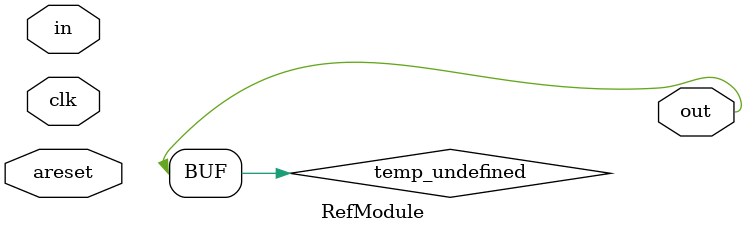
<source format=sv>

module RefModule (
  input clk,
  input in,
  input areset,
  output out
);

  parameter A=0, B=1;
  reg state;
  reg next;

    always @(*) begin
    case (state)
      A: next = in ? A : B;
      B: next = in ? B : A;
    endcase
    end

    always @(posedge clk, posedge areset) begin
    if (areset) state <= B;
        else state <= next;
  end

  assign out = temp_undefined;

endmodule


</source>
